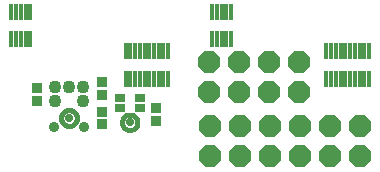
<source format=gbs>
G75*
%MOIN*%
%OFA0B0*%
%FSLAX25Y25*%
%IPPOS*%
%LPD*%
%AMOC8*
5,1,8,0,0,1.08239X$1,22.5*
%
%ADD10R,0.03654X0.02855*%
%ADD11C,0.02769*%
%ADD12C,0.00020*%
%ADD13R,0.01587X0.05288*%
%ADD14R,0.03800X0.03500*%
%ADD15C,0.03556*%
%ADD16C,0.04343*%
%ADD17OC8,0.07400*%
D10*
X0063215Y0051756D03*
X0063215Y0054992D03*
X0069809Y0054992D03*
X0069809Y0051756D03*
D11*
X0066512Y0046827D03*
X0046276Y0048244D03*
D12*
X0045632Y0045008D02*
X0045013Y0045196D01*
X0044443Y0045501D01*
X0043943Y0045911D01*
X0043532Y0046411D01*
X0043228Y0046982D01*
X0043227Y0046982D02*
X0044710Y0046982D01*
X0044700Y0046992D02*
X0045020Y0046675D01*
X0045402Y0046437D01*
X0045828Y0046291D01*
X0046276Y0046244D01*
X0046276Y0044945D01*
X0045632Y0045008D01*
X0045604Y0045017D02*
X0046276Y0045017D01*
X0046947Y0045017D01*
X0046919Y0045008D02*
X0046276Y0044945D01*
X0046276Y0046244D01*
X0046726Y0046288D01*
X0047155Y0046432D01*
X0047540Y0046669D01*
X0047863Y0046986D01*
X0048106Y0047368D01*
X0048256Y0047795D01*
X0048308Y0048244D01*
X0048256Y0048694D01*
X0048106Y0049120D01*
X0047863Y0049502D01*
X0047540Y0049819D01*
X0047155Y0050056D01*
X0046726Y0050200D01*
X0046276Y0050244D01*
X0045828Y0050197D01*
X0045402Y0050051D01*
X0045020Y0049813D01*
X0044700Y0049496D01*
X0044460Y0049116D01*
X0044310Y0048691D01*
X0044260Y0048244D01*
X0044310Y0047797D01*
X0044460Y0047372D01*
X0044700Y0046992D01*
X0044695Y0047000D02*
X0043222Y0047000D01*
X0043216Y0047018D02*
X0044684Y0047018D01*
X0044672Y0047036D02*
X0043211Y0047036D01*
X0043205Y0047055D02*
X0044661Y0047055D01*
X0044649Y0047073D02*
X0043200Y0047073D01*
X0043194Y0047091D02*
X0044637Y0047091D01*
X0044626Y0047109D02*
X0043189Y0047109D01*
X0043183Y0047127D02*
X0044614Y0047127D01*
X0044603Y0047146D02*
X0043178Y0047146D01*
X0043172Y0047164D02*
X0044591Y0047164D01*
X0044580Y0047182D02*
X0043167Y0047182D01*
X0043161Y0047200D02*
X0044568Y0047200D01*
X0044557Y0047218D02*
X0043156Y0047218D01*
X0043150Y0047237D02*
X0044545Y0047237D01*
X0044534Y0047255D02*
X0043145Y0047255D01*
X0043139Y0047273D02*
X0044522Y0047273D01*
X0044511Y0047291D02*
X0043134Y0047291D01*
X0043128Y0047309D02*
X0044499Y0047309D01*
X0044488Y0047328D02*
X0043123Y0047328D01*
X0043117Y0047346D02*
X0044476Y0047346D01*
X0044465Y0047364D02*
X0043112Y0047364D01*
X0043106Y0047382D02*
X0044456Y0047382D01*
X0044450Y0047400D02*
X0043100Y0047400D01*
X0043095Y0047419D02*
X0044443Y0047419D01*
X0044437Y0047437D02*
X0043089Y0047437D01*
X0043084Y0047455D02*
X0044431Y0047455D01*
X0044424Y0047473D02*
X0043078Y0047473D01*
X0043073Y0047491D02*
X0044418Y0047491D01*
X0044411Y0047510D02*
X0043067Y0047510D01*
X0043062Y0047528D02*
X0044405Y0047528D01*
X0044399Y0047546D02*
X0043056Y0047546D01*
X0043051Y0047564D02*
X0044392Y0047564D01*
X0044386Y0047582D02*
X0043045Y0047582D01*
X0043040Y0047600D02*
X0042976Y0048244D01*
X0043040Y0048888D01*
X0043228Y0049507D01*
X0043532Y0050077D01*
X0043943Y0050577D01*
X0044443Y0050987D01*
X0045013Y0051292D01*
X0045632Y0051480D01*
X0046276Y0051543D01*
X0046276Y0050244D01*
X0046276Y0051543D01*
X0046919Y0051480D01*
X0047538Y0051292D01*
X0048109Y0050987D01*
X0048608Y0050577D01*
X0049019Y0050077D01*
X0049324Y0049507D01*
X0049511Y0048888D01*
X0049575Y0048244D01*
X0049511Y0047600D01*
X0049324Y0046982D01*
X0047858Y0046982D01*
X0047871Y0047000D02*
X0049329Y0047000D01*
X0049335Y0047018D02*
X0047883Y0047018D01*
X0047895Y0047036D02*
X0049340Y0047036D01*
X0049346Y0047055D02*
X0047906Y0047055D01*
X0047918Y0047073D02*
X0049351Y0047073D01*
X0049357Y0047091D02*
X0047929Y0047091D01*
X0047941Y0047109D02*
X0049362Y0047109D01*
X0049368Y0047127D02*
X0047952Y0047127D01*
X0047964Y0047146D02*
X0049373Y0047146D01*
X0049379Y0047164D02*
X0047976Y0047164D01*
X0047987Y0047182D02*
X0049384Y0047182D01*
X0049390Y0047200D02*
X0047999Y0047200D01*
X0048010Y0047218D02*
X0049396Y0047218D01*
X0049401Y0047237D02*
X0048022Y0047237D01*
X0048033Y0047255D02*
X0049407Y0047255D01*
X0049412Y0047273D02*
X0048045Y0047273D01*
X0048057Y0047291D02*
X0049418Y0047291D01*
X0049423Y0047309D02*
X0048068Y0047309D01*
X0048080Y0047328D02*
X0049429Y0047328D01*
X0049434Y0047346D02*
X0048091Y0047346D01*
X0048103Y0047364D02*
X0049440Y0047364D01*
X0049445Y0047382D02*
X0048111Y0047382D01*
X0048117Y0047400D02*
X0049451Y0047400D01*
X0049456Y0047419D02*
X0048123Y0047419D01*
X0048130Y0047437D02*
X0049462Y0047437D01*
X0049467Y0047455D02*
X0048136Y0047455D01*
X0048143Y0047473D02*
X0049473Y0047473D01*
X0049478Y0047491D02*
X0048149Y0047491D01*
X0048156Y0047510D02*
X0049484Y0047510D01*
X0049489Y0047528D02*
X0048162Y0047528D01*
X0048168Y0047546D02*
X0049495Y0047546D01*
X0049500Y0047564D02*
X0048175Y0047564D01*
X0048181Y0047582D02*
X0049506Y0047582D01*
X0049511Y0047601D02*
X0048188Y0047601D01*
X0048194Y0047619D02*
X0049513Y0047619D01*
X0049515Y0047637D02*
X0048201Y0047637D01*
X0048207Y0047655D02*
X0049517Y0047655D01*
X0049519Y0047673D02*
X0048214Y0047673D01*
X0048220Y0047691D02*
X0049520Y0047691D01*
X0049522Y0047710D02*
X0048226Y0047710D01*
X0048233Y0047728D02*
X0049524Y0047728D01*
X0049526Y0047746D02*
X0048239Y0047746D01*
X0048246Y0047764D02*
X0049528Y0047764D01*
X0049529Y0047782D02*
X0048252Y0047782D01*
X0048257Y0047801D02*
X0049531Y0047801D01*
X0049533Y0047819D02*
X0048259Y0047819D01*
X0048261Y0047837D02*
X0049535Y0047837D01*
X0049537Y0047855D02*
X0048263Y0047855D01*
X0048265Y0047873D02*
X0049538Y0047873D01*
X0049540Y0047892D02*
X0048267Y0047892D01*
X0048270Y0047910D02*
X0049542Y0047910D01*
X0049544Y0047928D02*
X0048272Y0047928D01*
X0048274Y0047946D02*
X0049545Y0047946D01*
X0049547Y0047964D02*
X0048276Y0047964D01*
X0048278Y0047983D02*
X0049549Y0047983D01*
X0049551Y0048001D02*
X0048280Y0048001D01*
X0048282Y0048019D02*
X0049553Y0048019D01*
X0049554Y0048037D02*
X0048284Y0048037D01*
X0048286Y0048055D02*
X0049556Y0048055D01*
X0049558Y0048074D02*
X0048288Y0048074D01*
X0048290Y0048092D02*
X0049560Y0048092D01*
X0049562Y0048110D02*
X0048292Y0048110D01*
X0048294Y0048128D02*
X0049563Y0048128D01*
X0049565Y0048146D02*
X0048296Y0048146D01*
X0048299Y0048165D02*
X0049567Y0048165D01*
X0049569Y0048183D02*
X0048301Y0048183D01*
X0048303Y0048201D02*
X0049571Y0048201D01*
X0049572Y0048219D02*
X0048305Y0048219D01*
X0048307Y0048237D02*
X0049574Y0048237D01*
X0049574Y0048256D02*
X0048306Y0048256D01*
X0048304Y0048274D02*
X0049572Y0048274D01*
X0049570Y0048292D02*
X0048302Y0048292D01*
X0048300Y0048310D02*
X0049568Y0048310D01*
X0049566Y0048328D02*
X0048298Y0048328D01*
X0048296Y0048347D02*
X0049565Y0048347D01*
X0049563Y0048365D02*
X0048294Y0048365D01*
X0048292Y0048383D02*
X0049561Y0048383D01*
X0049559Y0048401D02*
X0048290Y0048401D01*
X0048288Y0048419D02*
X0049558Y0048419D01*
X0049556Y0048438D02*
X0048286Y0048438D01*
X0048284Y0048456D02*
X0049554Y0048456D01*
X0049552Y0048474D02*
X0048281Y0048474D01*
X0048279Y0048492D02*
X0049550Y0048492D01*
X0049549Y0048510D02*
X0048277Y0048510D01*
X0048275Y0048529D02*
X0049547Y0048529D01*
X0049545Y0048547D02*
X0048273Y0048547D01*
X0048271Y0048565D02*
X0049543Y0048565D01*
X0049541Y0048583D02*
X0048269Y0048583D01*
X0048267Y0048601D02*
X0049540Y0048601D01*
X0049538Y0048620D02*
X0048265Y0048620D01*
X0048263Y0048638D02*
X0049536Y0048638D01*
X0049534Y0048656D02*
X0048261Y0048656D01*
X0048259Y0048674D02*
X0049532Y0048674D01*
X0049531Y0048692D02*
X0048257Y0048692D01*
X0048250Y0048710D02*
X0049529Y0048710D01*
X0049527Y0048729D02*
X0048244Y0048729D01*
X0048238Y0048747D02*
X0049525Y0048747D01*
X0049523Y0048765D02*
X0048231Y0048765D01*
X0048225Y0048783D02*
X0049522Y0048783D01*
X0049520Y0048801D02*
X0048218Y0048801D01*
X0048212Y0048820D02*
X0049518Y0048820D01*
X0049516Y0048838D02*
X0048205Y0048838D01*
X0048199Y0048856D02*
X0049515Y0048856D01*
X0049513Y0048874D02*
X0048193Y0048874D01*
X0048186Y0048892D02*
X0049510Y0048892D01*
X0049504Y0048911D02*
X0048180Y0048911D01*
X0048173Y0048929D02*
X0049499Y0048929D01*
X0049493Y0048947D02*
X0048167Y0048947D01*
X0048160Y0048965D02*
X0049488Y0048965D01*
X0049482Y0048983D02*
X0048154Y0048983D01*
X0048147Y0049002D02*
X0049477Y0049002D01*
X0049471Y0049020D02*
X0048141Y0049020D01*
X0048135Y0049038D02*
X0049466Y0049038D01*
X0049460Y0049056D02*
X0048128Y0049056D01*
X0048122Y0049074D02*
X0049455Y0049074D01*
X0049449Y0049093D02*
X0048115Y0049093D01*
X0048109Y0049111D02*
X0049444Y0049111D01*
X0049438Y0049129D02*
X0048100Y0049129D01*
X0048088Y0049147D02*
X0049433Y0049147D01*
X0049427Y0049165D02*
X0048077Y0049165D01*
X0048065Y0049184D02*
X0049422Y0049184D01*
X0049416Y0049202D02*
X0048054Y0049202D01*
X0048042Y0049220D02*
X0049411Y0049220D01*
X0049405Y0049238D02*
X0048030Y0049238D01*
X0048019Y0049256D02*
X0049400Y0049256D01*
X0049394Y0049275D02*
X0048007Y0049275D01*
X0047996Y0049293D02*
X0049389Y0049293D01*
X0049383Y0049311D02*
X0047984Y0049311D01*
X0047973Y0049329D02*
X0049377Y0049329D01*
X0049372Y0049347D02*
X0047961Y0049347D01*
X0047949Y0049366D02*
X0049366Y0049366D01*
X0049361Y0049384D02*
X0047938Y0049384D01*
X0047926Y0049402D02*
X0049355Y0049402D01*
X0049350Y0049420D02*
X0047915Y0049420D01*
X0047903Y0049438D02*
X0049344Y0049438D01*
X0049339Y0049457D02*
X0047892Y0049457D01*
X0047880Y0049475D02*
X0049333Y0049475D01*
X0049328Y0049493D02*
X0047868Y0049493D01*
X0047853Y0049511D02*
X0049321Y0049511D01*
X0049312Y0049529D02*
X0047835Y0049529D01*
X0047816Y0049548D02*
X0049302Y0049548D01*
X0049292Y0049566D02*
X0047798Y0049566D01*
X0047779Y0049584D02*
X0049282Y0049584D01*
X0049273Y0049602D02*
X0047761Y0049602D01*
X0047742Y0049620D02*
X0049263Y0049620D01*
X0049253Y0049638D02*
X0047724Y0049638D01*
X0047705Y0049657D02*
X0049243Y0049657D01*
X0049234Y0049675D02*
X0047687Y0049675D01*
X0047668Y0049693D02*
X0049224Y0049693D01*
X0049214Y0049711D02*
X0047650Y0049711D01*
X0047631Y0049729D02*
X0049205Y0049729D01*
X0049195Y0049748D02*
X0047613Y0049748D01*
X0047594Y0049766D02*
X0049185Y0049766D01*
X0049175Y0049784D02*
X0047576Y0049784D01*
X0047557Y0049802D02*
X0049166Y0049802D01*
X0049156Y0049820D02*
X0047538Y0049820D01*
X0047509Y0049839D02*
X0049146Y0049839D01*
X0049136Y0049857D02*
X0047479Y0049857D01*
X0047449Y0049875D02*
X0049127Y0049875D01*
X0049117Y0049893D02*
X0047420Y0049893D01*
X0047390Y0049911D02*
X0049107Y0049911D01*
X0049098Y0049930D02*
X0047360Y0049930D01*
X0047331Y0049948D02*
X0049088Y0049948D01*
X0049078Y0049966D02*
X0047301Y0049966D01*
X0047272Y0049984D02*
X0049068Y0049984D01*
X0049059Y0050002D02*
X0047242Y0050002D01*
X0047212Y0050021D02*
X0049049Y0050021D01*
X0049039Y0050039D02*
X0047183Y0050039D01*
X0047152Y0050057D02*
X0049029Y0050057D01*
X0049020Y0050075D02*
X0047098Y0050075D01*
X0047043Y0050093D02*
X0049005Y0050093D01*
X0048990Y0050112D02*
X0046989Y0050112D01*
X0046935Y0050130D02*
X0048975Y0050130D01*
X0048961Y0050148D02*
X0046881Y0050148D01*
X0046827Y0050166D02*
X0048946Y0050166D01*
X0048931Y0050184D02*
X0046773Y0050184D01*
X0046700Y0050203D02*
X0048916Y0050203D01*
X0048901Y0050221D02*
X0046514Y0050221D01*
X0046328Y0050239D02*
X0048886Y0050239D01*
X0048871Y0050257D02*
X0046276Y0050257D01*
X0043680Y0050257D01*
X0043665Y0050239D02*
X0046227Y0050239D01*
X0046276Y0050275D02*
X0043695Y0050275D01*
X0043710Y0050294D02*
X0046276Y0050294D01*
X0048841Y0050294D01*
X0048826Y0050312D02*
X0046276Y0050312D01*
X0043725Y0050312D01*
X0043740Y0050330D02*
X0046276Y0050330D01*
X0048811Y0050330D01*
X0048796Y0050348D02*
X0046276Y0050348D01*
X0043755Y0050348D01*
X0043770Y0050366D02*
X0046276Y0050366D01*
X0048781Y0050366D01*
X0048766Y0050385D02*
X0046276Y0050385D01*
X0043785Y0050385D01*
X0043800Y0050403D02*
X0046276Y0050403D01*
X0048751Y0050403D01*
X0048737Y0050421D02*
X0046276Y0050421D01*
X0043815Y0050421D01*
X0043830Y0050439D02*
X0046276Y0050439D01*
X0048722Y0050439D01*
X0048707Y0050457D02*
X0046276Y0050457D01*
X0043844Y0050457D01*
X0043859Y0050476D02*
X0046276Y0050476D01*
X0048692Y0050476D01*
X0048677Y0050494D02*
X0046276Y0050494D01*
X0043874Y0050494D01*
X0043889Y0050512D02*
X0046276Y0050512D01*
X0048662Y0050512D01*
X0048647Y0050530D02*
X0046276Y0050530D01*
X0043904Y0050530D01*
X0043919Y0050548D02*
X0046276Y0050548D01*
X0048632Y0050548D01*
X0048617Y0050567D02*
X0046276Y0050567D01*
X0043934Y0050567D01*
X0043952Y0050585D02*
X0046276Y0050585D01*
X0048599Y0050585D01*
X0048577Y0050603D02*
X0046276Y0050603D01*
X0043974Y0050603D01*
X0043996Y0050621D02*
X0046276Y0050621D01*
X0048555Y0050621D01*
X0048533Y0050639D02*
X0046276Y0050639D01*
X0044019Y0050639D01*
X0044041Y0050657D02*
X0046276Y0050657D01*
X0048510Y0050657D01*
X0048488Y0050676D02*
X0046276Y0050676D01*
X0044063Y0050676D01*
X0044085Y0050694D02*
X0046276Y0050694D01*
X0048466Y0050694D01*
X0048444Y0050712D02*
X0046276Y0050712D01*
X0044107Y0050712D01*
X0044129Y0050730D02*
X0046276Y0050730D01*
X0048422Y0050730D01*
X0048400Y0050748D02*
X0046276Y0050748D01*
X0044152Y0050748D01*
X0044174Y0050767D02*
X0046276Y0050767D01*
X0048377Y0050767D01*
X0048355Y0050785D02*
X0046276Y0050785D01*
X0044196Y0050785D01*
X0044218Y0050803D02*
X0046276Y0050803D01*
X0048333Y0050803D01*
X0048311Y0050821D02*
X0046276Y0050821D01*
X0044240Y0050821D01*
X0044262Y0050839D02*
X0046276Y0050839D01*
X0048289Y0050839D01*
X0048266Y0050858D02*
X0046276Y0050858D01*
X0044285Y0050858D01*
X0044307Y0050876D02*
X0046276Y0050876D01*
X0048244Y0050876D01*
X0048222Y0050894D02*
X0046276Y0050894D01*
X0044329Y0050894D01*
X0044351Y0050912D02*
X0046276Y0050912D01*
X0048200Y0050912D01*
X0048178Y0050930D02*
X0046276Y0050930D01*
X0044373Y0050930D01*
X0044396Y0050949D02*
X0046276Y0050949D01*
X0048156Y0050949D01*
X0048133Y0050967D02*
X0046276Y0050967D01*
X0044418Y0050967D01*
X0044440Y0050985D02*
X0046276Y0050985D01*
X0048111Y0050985D01*
X0048079Y0051003D02*
X0046276Y0051003D01*
X0044472Y0051003D01*
X0044506Y0051021D02*
X0046276Y0051021D01*
X0048045Y0051021D01*
X0048011Y0051040D02*
X0046276Y0051040D01*
X0044541Y0051040D01*
X0044575Y0051058D02*
X0046276Y0051058D01*
X0047977Y0051058D01*
X0047943Y0051076D02*
X0046276Y0051076D01*
X0044609Y0051076D01*
X0044643Y0051094D02*
X0046276Y0051094D01*
X0047909Y0051094D01*
X0047874Y0051112D02*
X0046276Y0051112D01*
X0044677Y0051112D01*
X0044711Y0051131D02*
X0046276Y0051131D01*
X0047840Y0051131D01*
X0047806Y0051149D02*
X0046276Y0051149D01*
X0044745Y0051149D01*
X0044779Y0051167D02*
X0046276Y0051167D01*
X0047772Y0051167D01*
X0047738Y0051185D02*
X0046276Y0051185D01*
X0044813Y0051185D01*
X0044847Y0051203D02*
X0046276Y0051203D01*
X0047704Y0051203D01*
X0047670Y0051222D02*
X0046276Y0051222D01*
X0044881Y0051222D01*
X0044915Y0051240D02*
X0046276Y0051240D01*
X0047636Y0051240D01*
X0047602Y0051258D02*
X0046276Y0051258D01*
X0044949Y0051258D01*
X0044983Y0051276D02*
X0046276Y0051276D01*
X0047568Y0051276D01*
X0047531Y0051294D02*
X0046276Y0051294D01*
X0045020Y0051294D01*
X0045080Y0051313D02*
X0046276Y0051313D01*
X0047471Y0051313D01*
X0047411Y0051331D02*
X0046276Y0051331D01*
X0045140Y0051331D01*
X0045200Y0051349D02*
X0046276Y0051349D01*
X0047351Y0051349D01*
X0047291Y0051367D02*
X0046276Y0051367D01*
X0045260Y0051367D01*
X0045320Y0051385D02*
X0046276Y0051385D01*
X0047231Y0051385D01*
X0047171Y0051404D02*
X0046276Y0051404D01*
X0045380Y0051404D01*
X0045440Y0051422D02*
X0046276Y0051422D01*
X0047111Y0051422D01*
X0047051Y0051440D02*
X0046276Y0051440D01*
X0045500Y0051440D01*
X0045560Y0051458D02*
X0046276Y0051458D01*
X0046991Y0051458D01*
X0046931Y0051476D02*
X0046276Y0051476D01*
X0045620Y0051476D01*
X0045780Y0051495D02*
X0046276Y0051495D01*
X0046771Y0051495D01*
X0046586Y0051513D02*
X0046276Y0051513D01*
X0045965Y0051513D01*
X0046150Y0051531D02*
X0046276Y0051531D01*
X0046401Y0051531D01*
X0046276Y0050275D02*
X0048856Y0050275D01*
X0046054Y0050221D02*
X0043650Y0050221D01*
X0043635Y0050203D02*
X0045881Y0050203D01*
X0045791Y0050184D02*
X0043620Y0050184D01*
X0043606Y0050166D02*
X0045738Y0050166D01*
X0045685Y0050148D02*
X0043591Y0050148D01*
X0043576Y0050130D02*
X0045632Y0050130D01*
X0045579Y0050112D02*
X0043561Y0050112D01*
X0043546Y0050093D02*
X0045526Y0050093D01*
X0045473Y0050075D02*
X0043531Y0050075D01*
X0043522Y0050057D02*
X0045420Y0050057D01*
X0045383Y0050039D02*
X0043512Y0050039D01*
X0043502Y0050021D02*
X0045353Y0050021D01*
X0045324Y0050002D02*
X0043493Y0050002D01*
X0043483Y0049984D02*
X0045295Y0049984D01*
X0045265Y0049966D02*
X0043473Y0049966D01*
X0043463Y0049948D02*
X0045236Y0049948D01*
X0045207Y0049930D02*
X0043454Y0049930D01*
X0043444Y0049911D02*
X0045178Y0049911D01*
X0045148Y0049893D02*
X0043434Y0049893D01*
X0043424Y0049875D02*
X0045119Y0049875D01*
X0045090Y0049857D02*
X0043415Y0049857D01*
X0043405Y0049839D02*
X0045060Y0049839D01*
X0045031Y0049820D02*
X0043395Y0049820D01*
X0043386Y0049802D02*
X0045009Y0049802D01*
X0044990Y0049784D02*
X0043376Y0049784D01*
X0043366Y0049766D02*
X0044972Y0049766D01*
X0044954Y0049748D02*
X0043356Y0049748D01*
X0043347Y0049729D02*
X0044935Y0049729D01*
X0044917Y0049711D02*
X0043337Y0049711D01*
X0043327Y0049693D02*
X0044898Y0049693D01*
X0044880Y0049675D02*
X0043317Y0049675D01*
X0043308Y0049657D02*
X0044862Y0049657D01*
X0044843Y0049638D02*
X0043298Y0049638D01*
X0043288Y0049620D02*
X0044825Y0049620D01*
X0044807Y0049602D02*
X0043279Y0049602D01*
X0043269Y0049584D02*
X0044788Y0049584D01*
X0044770Y0049566D02*
X0043259Y0049566D01*
X0043249Y0049548D02*
X0044752Y0049548D01*
X0044733Y0049529D02*
X0043240Y0049529D01*
X0043230Y0049511D02*
X0044715Y0049511D01*
X0044698Y0049493D02*
X0043223Y0049493D01*
X0043218Y0049475D02*
X0044687Y0049475D01*
X0044675Y0049457D02*
X0043212Y0049457D01*
X0043207Y0049438D02*
X0044664Y0049438D01*
X0044652Y0049420D02*
X0043201Y0049420D01*
X0043196Y0049402D02*
X0044641Y0049402D01*
X0044629Y0049384D02*
X0043190Y0049384D01*
X0043185Y0049366D02*
X0044618Y0049366D01*
X0044606Y0049347D02*
X0043179Y0049347D01*
X0043174Y0049329D02*
X0044595Y0049329D01*
X0044583Y0049311D02*
X0043168Y0049311D01*
X0043163Y0049293D02*
X0044571Y0049293D01*
X0044560Y0049275D02*
X0043157Y0049275D01*
X0043152Y0049256D02*
X0044548Y0049256D01*
X0044537Y0049238D02*
X0043146Y0049238D01*
X0043141Y0049220D02*
X0044525Y0049220D01*
X0044514Y0049202D02*
X0043135Y0049202D01*
X0043130Y0049184D02*
X0044502Y0049184D01*
X0044491Y0049165D02*
X0043124Y0049165D01*
X0043118Y0049147D02*
X0044479Y0049147D01*
X0044468Y0049129D02*
X0043113Y0049129D01*
X0043107Y0049111D02*
X0044458Y0049111D01*
X0044451Y0049093D02*
X0043102Y0049093D01*
X0043096Y0049074D02*
X0044445Y0049074D01*
X0044439Y0049056D02*
X0043091Y0049056D01*
X0043085Y0049038D02*
X0044432Y0049038D01*
X0044426Y0049020D02*
X0043080Y0049020D01*
X0043074Y0049002D02*
X0044419Y0049002D01*
X0044413Y0048983D02*
X0043069Y0048983D01*
X0043063Y0048965D02*
X0044407Y0048965D01*
X0044400Y0048947D02*
X0043058Y0048947D01*
X0043052Y0048929D02*
X0044394Y0048929D01*
X0044387Y0048911D02*
X0043047Y0048911D01*
X0043041Y0048892D02*
X0044381Y0048892D01*
X0044375Y0048874D02*
X0043038Y0048874D01*
X0043037Y0048856D02*
X0044368Y0048856D01*
X0044362Y0048838D02*
X0043035Y0048838D01*
X0043033Y0048820D02*
X0044355Y0048820D01*
X0044349Y0048801D02*
X0043031Y0048801D01*
X0043029Y0048783D02*
X0044343Y0048783D01*
X0044336Y0048765D02*
X0043028Y0048765D01*
X0043026Y0048747D02*
X0044330Y0048747D01*
X0044323Y0048729D02*
X0043024Y0048729D01*
X0043022Y0048710D02*
X0044317Y0048710D01*
X0044311Y0048692D02*
X0043021Y0048692D01*
X0043019Y0048674D02*
X0044308Y0048674D01*
X0044306Y0048656D02*
X0043017Y0048656D01*
X0043015Y0048638D02*
X0044304Y0048638D01*
X0044302Y0048620D02*
X0043013Y0048620D01*
X0043012Y0048601D02*
X0044300Y0048601D01*
X0044298Y0048583D02*
X0043010Y0048583D01*
X0043008Y0048565D02*
X0044296Y0048565D01*
X0044294Y0048547D02*
X0043006Y0048547D01*
X0043004Y0048529D02*
X0044292Y0048529D01*
X0044290Y0048510D02*
X0043003Y0048510D01*
X0043001Y0048492D02*
X0044288Y0048492D01*
X0044286Y0048474D02*
X0042999Y0048474D01*
X0042997Y0048456D02*
X0044284Y0048456D01*
X0044282Y0048438D02*
X0042995Y0048438D01*
X0042994Y0048419D02*
X0044280Y0048419D01*
X0044277Y0048401D02*
X0042992Y0048401D01*
X0042990Y0048383D02*
X0044275Y0048383D01*
X0044273Y0048365D02*
X0042988Y0048365D01*
X0042986Y0048347D02*
X0044271Y0048347D01*
X0044269Y0048328D02*
X0042985Y0048328D01*
X0042983Y0048310D02*
X0044267Y0048310D01*
X0044265Y0048292D02*
X0042981Y0048292D01*
X0042979Y0048274D02*
X0044263Y0048274D01*
X0044261Y0048256D02*
X0042977Y0048256D01*
X0042977Y0048237D02*
X0044260Y0048237D01*
X0044262Y0048219D02*
X0042979Y0048219D01*
X0042981Y0048201D02*
X0044265Y0048201D01*
X0044267Y0048183D02*
X0042982Y0048183D01*
X0042984Y0048165D02*
X0044269Y0048165D01*
X0044271Y0048146D02*
X0042986Y0048146D01*
X0042988Y0048128D02*
X0044273Y0048128D01*
X0044275Y0048110D02*
X0042990Y0048110D01*
X0042991Y0048092D02*
X0044277Y0048092D01*
X0044279Y0048074D02*
X0042993Y0048074D01*
X0042995Y0048055D02*
X0044281Y0048055D01*
X0044283Y0048037D02*
X0042997Y0048037D01*
X0042999Y0048019D02*
X0044285Y0048019D01*
X0044287Y0048001D02*
X0043000Y0048001D01*
X0043002Y0047983D02*
X0044289Y0047983D01*
X0044291Y0047964D02*
X0043004Y0047964D01*
X0043006Y0047946D02*
X0044293Y0047946D01*
X0044295Y0047928D02*
X0043008Y0047928D01*
X0043009Y0047910D02*
X0044298Y0047910D01*
X0044300Y0047892D02*
X0043011Y0047892D01*
X0043013Y0047873D02*
X0044302Y0047873D01*
X0044304Y0047855D02*
X0043015Y0047855D01*
X0043016Y0047837D02*
X0044306Y0047837D01*
X0044308Y0047819D02*
X0043018Y0047819D01*
X0043020Y0047801D02*
X0044310Y0047801D01*
X0044315Y0047782D02*
X0043022Y0047782D01*
X0043024Y0047764D02*
X0044322Y0047764D01*
X0044328Y0047746D02*
X0043025Y0047746D01*
X0043027Y0047728D02*
X0044335Y0047728D01*
X0044341Y0047710D02*
X0043029Y0047710D01*
X0043031Y0047691D02*
X0044347Y0047691D01*
X0044354Y0047673D02*
X0043033Y0047673D01*
X0043034Y0047655D02*
X0044360Y0047655D01*
X0044367Y0047637D02*
X0043036Y0047637D01*
X0043038Y0047619D02*
X0044373Y0047619D01*
X0044379Y0047601D02*
X0043040Y0047601D01*
X0043040Y0047600D02*
X0043228Y0046982D01*
X0043237Y0046964D02*
X0044729Y0046964D01*
X0044747Y0046945D02*
X0043247Y0046945D01*
X0043257Y0046927D02*
X0044765Y0046927D01*
X0044784Y0046909D02*
X0043266Y0046909D01*
X0043276Y0046891D02*
X0044802Y0046891D01*
X0044820Y0046873D02*
X0043286Y0046873D01*
X0043295Y0046854D02*
X0044839Y0046854D01*
X0044857Y0046836D02*
X0043305Y0046836D01*
X0043315Y0046818D02*
X0044875Y0046818D01*
X0044894Y0046800D02*
X0043325Y0046800D01*
X0043334Y0046782D02*
X0044912Y0046782D01*
X0044930Y0046763D02*
X0043344Y0046763D01*
X0043354Y0046745D02*
X0044949Y0046745D01*
X0044967Y0046727D02*
X0043364Y0046727D01*
X0043373Y0046709D02*
X0044985Y0046709D01*
X0045004Y0046691D02*
X0043383Y0046691D01*
X0043393Y0046672D02*
X0045023Y0046672D01*
X0045053Y0046654D02*
X0043402Y0046654D01*
X0043412Y0046636D02*
X0045082Y0046636D01*
X0045111Y0046618D02*
X0043422Y0046618D01*
X0043432Y0046600D02*
X0045141Y0046600D01*
X0045170Y0046582D02*
X0043441Y0046582D01*
X0043451Y0046563D02*
X0045199Y0046563D01*
X0045228Y0046545D02*
X0043461Y0046545D01*
X0043471Y0046527D02*
X0045258Y0046527D01*
X0045287Y0046509D02*
X0043480Y0046509D01*
X0043490Y0046491D02*
X0045316Y0046491D01*
X0045346Y0046472D02*
X0043500Y0046472D01*
X0043509Y0046454D02*
X0045375Y0046454D01*
X0045406Y0046436D02*
X0043519Y0046436D01*
X0043529Y0046418D02*
X0045459Y0046418D01*
X0045512Y0046400D02*
X0043542Y0046400D01*
X0043557Y0046381D02*
X0045565Y0046381D01*
X0045618Y0046363D02*
X0043572Y0046363D01*
X0043587Y0046345D02*
X0045671Y0046345D01*
X0045724Y0046327D02*
X0043602Y0046327D01*
X0043617Y0046309D02*
X0045777Y0046309D01*
X0045836Y0046290D02*
X0043632Y0046290D01*
X0043646Y0046272D02*
X0046009Y0046272D01*
X0046182Y0046254D02*
X0043661Y0046254D01*
X0043676Y0046236D02*
X0046276Y0046236D01*
X0048875Y0046236D01*
X0048890Y0046254D02*
X0046377Y0046254D01*
X0046276Y0046218D02*
X0043691Y0046218D01*
X0043706Y0046199D02*
X0046276Y0046199D01*
X0048845Y0046199D01*
X0048830Y0046181D02*
X0046276Y0046181D01*
X0043721Y0046181D01*
X0043736Y0046163D02*
X0046276Y0046163D01*
X0048815Y0046163D01*
X0048800Y0046145D02*
X0046276Y0046145D01*
X0043751Y0046145D01*
X0043766Y0046127D02*
X0046276Y0046127D01*
X0048785Y0046127D01*
X0048770Y0046108D02*
X0046276Y0046108D01*
X0043781Y0046108D01*
X0043796Y0046090D02*
X0046276Y0046090D01*
X0048755Y0046090D01*
X0048740Y0046072D02*
X0046276Y0046072D01*
X0043811Y0046072D01*
X0043826Y0046054D02*
X0046276Y0046054D01*
X0048726Y0046054D01*
X0048711Y0046036D02*
X0046276Y0046036D01*
X0043841Y0046036D01*
X0043856Y0046017D02*
X0046276Y0046017D01*
X0048696Y0046017D01*
X0048681Y0045999D02*
X0046276Y0045999D01*
X0043870Y0045999D01*
X0043885Y0045981D02*
X0046276Y0045981D01*
X0048666Y0045981D01*
X0048651Y0045963D02*
X0046276Y0045963D01*
X0043900Y0045963D01*
X0043915Y0045945D02*
X0046276Y0045945D01*
X0048636Y0045945D01*
X0048621Y0045926D02*
X0046276Y0045926D01*
X0043930Y0045926D01*
X0043946Y0045908D02*
X0046276Y0045908D01*
X0048605Y0045908D01*
X0048608Y0045911D02*
X0048109Y0045501D01*
X0047538Y0045196D01*
X0046919Y0045008D01*
X0047007Y0045035D02*
X0046276Y0045035D01*
X0045544Y0045035D01*
X0045484Y0045053D02*
X0046276Y0045053D01*
X0047067Y0045053D01*
X0047127Y0045071D02*
X0046276Y0045071D01*
X0045424Y0045071D01*
X0045365Y0045089D02*
X0046276Y0045089D01*
X0047187Y0045089D01*
X0047247Y0045108D02*
X0046276Y0045108D01*
X0045305Y0045108D01*
X0045245Y0045126D02*
X0046276Y0045126D01*
X0047307Y0045126D01*
X0047367Y0045144D02*
X0046276Y0045144D01*
X0045185Y0045144D01*
X0045125Y0045162D02*
X0046276Y0045162D01*
X0047427Y0045162D01*
X0047487Y0045180D02*
X0046276Y0045180D01*
X0045065Y0045180D01*
X0045008Y0045199D02*
X0046276Y0045199D01*
X0047543Y0045199D01*
X0047577Y0045217D02*
X0046276Y0045217D01*
X0044974Y0045217D01*
X0044940Y0045235D02*
X0046276Y0045235D01*
X0047611Y0045235D01*
X0047645Y0045253D02*
X0046276Y0045253D01*
X0044906Y0045253D01*
X0044872Y0045271D02*
X0046276Y0045271D01*
X0047679Y0045271D01*
X0047713Y0045290D02*
X0046276Y0045290D01*
X0044838Y0045290D01*
X0044804Y0045308D02*
X0046276Y0045308D01*
X0047747Y0045308D01*
X0047781Y0045326D02*
X0046276Y0045326D01*
X0044770Y0045326D01*
X0044736Y0045344D02*
X0046276Y0045344D01*
X0047815Y0045344D01*
X0047849Y0045362D02*
X0046276Y0045362D01*
X0044702Y0045362D01*
X0044668Y0045381D02*
X0046276Y0045381D01*
X0047883Y0045381D01*
X0047917Y0045399D02*
X0046276Y0045399D01*
X0044634Y0045399D01*
X0044600Y0045417D02*
X0046276Y0045417D01*
X0047951Y0045417D01*
X0047986Y0045435D02*
X0046276Y0045435D01*
X0044566Y0045435D01*
X0044532Y0045453D02*
X0046276Y0045453D01*
X0048020Y0045453D01*
X0048054Y0045472D02*
X0046276Y0045472D01*
X0044498Y0045472D01*
X0044464Y0045490D02*
X0046276Y0045490D01*
X0048088Y0045490D01*
X0048117Y0045508D02*
X0046276Y0045508D01*
X0044434Y0045508D01*
X0044412Y0045526D02*
X0046276Y0045526D01*
X0048139Y0045526D01*
X0048161Y0045544D02*
X0046276Y0045544D01*
X0044390Y0045544D01*
X0044368Y0045563D02*
X0046276Y0045563D01*
X0048184Y0045563D01*
X0048206Y0045581D02*
X0046276Y0045581D01*
X0044345Y0045581D01*
X0044323Y0045599D02*
X0046276Y0045599D01*
X0048228Y0045599D01*
X0048250Y0045617D02*
X0046276Y0045617D01*
X0044301Y0045617D01*
X0044279Y0045635D02*
X0046276Y0045635D01*
X0048272Y0045635D01*
X0048294Y0045653D02*
X0046276Y0045653D01*
X0044257Y0045653D01*
X0044235Y0045672D02*
X0046276Y0045672D01*
X0048317Y0045672D01*
X0048339Y0045690D02*
X0046276Y0045690D01*
X0044212Y0045690D01*
X0044190Y0045708D02*
X0046276Y0045708D01*
X0048361Y0045708D01*
X0048383Y0045726D02*
X0046276Y0045726D01*
X0044168Y0045726D01*
X0044146Y0045744D02*
X0046276Y0045744D01*
X0048405Y0045744D01*
X0048428Y0045763D02*
X0046276Y0045763D01*
X0044124Y0045763D01*
X0044102Y0045781D02*
X0046276Y0045781D01*
X0048450Y0045781D01*
X0048472Y0045799D02*
X0046276Y0045799D01*
X0044079Y0045799D01*
X0044057Y0045817D02*
X0046276Y0045817D01*
X0048494Y0045817D01*
X0048516Y0045835D02*
X0046276Y0045835D01*
X0044035Y0045835D01*
X0044013Y0045854D02*
X0046276Y0045854D01*
X0048538Y0045854D01*
X0048561Y0045872D02*
X0046276Y0045872D01*
X0043991Y0045872D01*
X0043968Y0045890D02*
X0046276Y0045890D01*
X0048583Y0045890D01*
X0048608Y0045911D02*
X0049019Y0046411D01*
X0049324Y0046982D01*
X0049314Y0046964D02*
X0047840Y0046964D01*
X0047821Y0046945D02*
X0049304Y0046945D01*
X0049295Y0046927D02*
X0047803Y0046927D01*
X0047784Y0046909D02*
X0049285Y0046909D01*
X0049275Y0046891D02*
X0047766Y0046891D01*
X0047747Y0046873D02*
X0049265Y0046873D01*
X0049256Y0046854D02*
X0047729Y0046854D01*
X0047710Y0046836D02*
X0049246Y0046836D01*
X0049236Y0046818D02*
X0047692Y0046818D01*
X0047673Y0046800D02*
X0049227Y0046800D01*
X0049217Y0046782D02*
X0047655Y0046782D01*
X0047636Y0046763D02*
X0049207Y0046763D01*
X0049197Y0046745D02*
X0047618Y0046745D01*
X0047599Y0046727D02*
X0049188Y0046727D01*
X0049178Y0046709D02*
X0047581Y0046709D01*
X0047562Y0046691D02*
X0049168Y0046691D01*
X0049158Y0046672D02*
X0047544Y0046672D01*
X0047516Y0046654D02*
X0049149Y0046654D01*
X0049139Y0046636D02*
X0047487Y0046636D01*
X0047457Y0046618D02*
X0049129Y0046618D01*
X0049120Y0046600D02*
X0047427Y0046600D01*
X0047398Y0046582D02*
X0049110Y0046582D01*
X0049100Y0046563D02*
X0047368Y0046563D01*
X0047339Y0046545D02*
X0049090Y0046545D01*
X0049081Y0046527D02*
X0047309Y0046527D01*
X0047279Y0046509D02*
X0049071Y0046509D01*
X0049061Y0046491D02*
X0047250Y0046491D01*
X0047220Y0046472D02*
X0049052Y0046472D01*
X0049042Y0046454D02*
X0047190Y0046454D01*
X0047161Y0046436D02*
X0049032Y0046436D01*
X0049022Y0046418D02*
X0047112Y0046418D01*
X0047058Y0046400D02*
X0049009Y0046400D01*
X0048994Y0046381D02*
X0047003Y0046381D01*
X0046949Y0046363D02*
X0048979Y0046363D01*
X0048964Y0046345D02*
X0046895Y0046345D01*
X0046841Y0046327D02*
X0048950Y0046327D01*
X0048935Y0046309D02*
X0046787Y0046309D01*
X0046733Y0046290D02*
X0048920Y0046290D01*
X0048905Y0046272D02*
X0046563Y0046272D01*
X0046276Y0046218D02*
X0048860Y0046218D01*
X0046819Y0044998D02*
X0046276Y0044998D01*
X0045732Y0044998D01*
X0045917Y0044980D02*
X0046276Y0044980D01*
X0046634Y0044980D01*
X0046450Y0044962D02*
X0046276Y0044962D01*
X0046101Y0044962D01*
X0063330Y0046654D02*
X0064562Y0046654D01*
X0064564Y0046636D02*
X0063332Y0046636D01*
X0063334Y0046618D02*
X0064566Y0046618D01*
X0064568Y0046600D02*
X0063335Y0046600D01*
X0063337Y0046582D02*
X0064570Y0046582D01*
X0064572Y0046563D02*
X0063339Y0046563D01*
X0063341Y0046545D02*
X0064574Y0046545D01*
X0064576Y0046527D02*
X0063343Y0046527D01*
X0063344Y0046509D02*
X0064579Y0046509D01*
X0064581Y0046491D02*
X0063346Y0046491D01*
X0063348Y0046472D02*
X0064583Y0046472D01*
X0064585Y0046454D02*
X0063350Y0046454D01*
X0063351Y0046436D02*
X0064587Y0046436D01*
X0064589Y0046418D02*
X0063353Y0046418D01*
X0063355Y0046400D02*
X0064591Y0046400D01*
X0064592Y0046389D02*
X0064738Y0045973D01*
X0064972Y0045599D01*
X0065284Y0045288D01*
X0065657Y0045053D01*
X0063850Y0045053D01*
X0063852Y0045050D02*
X0063556Y0045603D01*
X0063374Y0046203D01*
X0063313Y0046827D01*
X0063374Y0047451D01*
X0063556Y0048051D01*
X0063852Y0048604D01*
X0064250Y0049089D01*
X0064735Y0049486D01*
X0065288Y0049782D01*
X0065888Y0049964D01*
X0066512Y0050026D01*
X0066512Y0048795D01*
X0066074Y0048746D01*
X0065657Y0048601D01*
X0065284Y0048366D01*
X0064972Y0048054D01*
X0064738Y0047681D01*
X0064592Y0047265D01*
X0064543Y0046827D01*
X0064592Y0046389D01*
X0064595Y0046381D02*
X0063357Y0046381D01*
X0063359Y0046363D02*
X0064601Y0046363D01*
X0064607Y0046345D02*
X0063360Y0046345D01*
X0063362Y0046327D02*
X0064614Y0046327D01*
X0064620Y0046309D02*
X0063364Y0046309D01*
X0063366Y0046290D02*
X0064626Y0046290D01*
X0064633Y0046272D02*
X0063368Y0046272D01*
X0063369Y0046254D02*
X0064639Y0046254D01*
X0064646Y0046236D02*
X0063371Y0046236D01*
X0063373Y0046218D02*
X0064652Y0046218D01*
X0064658Y0046199D02*
X0063375Y0046199D01*
X0063381Y0046181D02*
X0064665Y0046181D01*
X0064671Y0046163D02*
X0063387Y0046163D01*
X0063392Y0046145D02*
X0064677Y0046145D01*
X0064684Y0046127D02*
X0063398Y0046127D01*
X0063403Y0046108D02*
X0064690Y0046108D01*
X0064697Y0046090D02*
X0063409Y0046090D01*
X0063414Y0046072D02*
X0064703Y0046072D01*
X0064709Y0046054D02*
X0063420Y0046054D01*
X0063425Y0046036D02*
X0064716Y0046036D01*
X0064722Y0046017D02*
X0063431Y0046017D01*
X0063436Y0045999D02*
X0064728Y0045999D01*
X0064735Y0045981D02*
X0063442Y0045981D01*
X0063447Y0045963D02*
X0064744Y0045963D01*
X0064755Y0045945D02*
X0063453Y0045945D01*
X0063458Y0045926D02*
X0064767Y0045926D01*
X0064778Y0045908D02*
X0063464Y0045908D01*
X0063469Y0045890D02*
X0064790Y0045890D01*
X0064801Y0045872D02*
X0063475Y0045872D01*
X0063480Y0045854D02*
X0064812Y0045854D01*
X0064824Y0045835D02*
X0063486Y0045835D01*
X0063491Y0045817D02*
X0064835Y0045817D01*
X0064847Y0045799D02*
X0063497Y0045799D01*
X0063502Y0045781D02*
X0064858Y0045781D01*
X0064870Y0045763D02*
X0063508Y0045763D01*
X0063513Y0045744D02*
X0064881Y0045744D01*
X0064892Y0045726D02*
X0063519Y0045726D01*
X0063525Y0045708D02*
X0064904Y0045708D01*
X0064915Y0045690D02*
X0063530Y0045690D01*
X0063536Y0045672D02*
X0064927Y0045672D01*
X0064938Y0045653D02*
X0063541Y0045653D01*
X0063547Y0045635D02*
X0064950Y0045635D01*
X0064961Y0045617D02*
X0063552Y0045617D01*
X0063558Y0045599D02*
X0064973Y0045599D01*
X0064991Y0045581D02*
X0063568Y0045581D01*
X0063578Y0045563D02*
X0065009Y0045563D01*
X0065027Y0045544D02*
X0063588Y0045544D01*
X0063597Y0045526D02*
X0065045Y0045526D01*
X0065064Y0045508D02*
X0063607Y0045508D01*
X0063617Y0045490D02*
X0065082Y0045490D01*
X0065100Y0045472D02*
X0063627Y0045472D01*
X0063636Y0045453D02*
X0065118Y0045453D01*
X0065136Y0045435D02*
X0063646Y0045435D01*
X0063656Y0045417D02*
X0065155Y0045417D01*
X0065173Y0045399D02*
X0063665Y0045399D01*
X0063675Y0045381D02*
X0065191Y0045381D01*
X0065209Y0045362D02*
X0063685Y0045362D01*
X0063695Y0045344D02*
X0065227Y0045344D01*
X0065246Y0045326D02*
X0063704Y0045326D01*
X0063714Y0045308D02*
X0065264Y0045308D01*
X0065282Y0045290D02*
X0063724Y0045290D01*
X0063734Y0045271D02*
X0065310Y0045271D01*
X0065339Y0045253D02*
X0063743Y0045253D01*
X0063753Y0045235D02*
X0065368Y0045235D01*
X0065397Y0045217D02*
X0063763Y0045217D01*
X0063772Y0045199D02*
X0065426Y0045199D01*
X0065455Y0045180D02*
X0063782Y0045180D01*
X0063792Y0045162D02*
X0065484Y0045162D01*
X0065513Y0045144D02*
X0063802Y0045144D01*
X0063811Y0045126D02*
X0065542Y0045126D01*
X0065571Y0045108D02*
X0063821Y0045108D01*
X0063831Y0045089D02*
X0065600Y0045089D01*
X0065629Y0045071D02*
X0063841Y0045071D01*
X0063852Y0045050D02*
X0064250Y0044565D01*
X0064735Y0044167D01*
X0065288Y0043871D01*
X0065888Y0043689D01*
X0066512Y0043628D01*
X0066512Y0044858D01*
X0066074Y0044908D01*
X0066074Y0044907D02*
X0063969Y0044907D01*
X0063984Y0044889D02*
X0066236Y0044889D01*
X0066398Y0044871D02*
X0063999Y0044871D01*
X0064014Y0044853D02*
X0066512Y0044853D01*
X0069010Y0044853D01*
X0069025Y0044871D02*
X0066626Y0044871D01*
X0066512Y0044858D02*
X0066950Y0044908D01*
X0067366Y0045053D01*
X0069173Y0045053D01*
X0069172Y0045050D02*
X0068774Y0044565D01*
X0068289Y0044167D01*
X0067736Y0043871D01*
X0067136Y0043689D01*
X0066512Y0043628D01*
X0066512Y0044858D01*
X0066512Y0044835D02*
X0064028Y0044835D01*
X0064043Y0044816D02*
X0066512Y0044816D01*
X0068980Y0044816D01*
X0068965Y0044798D02*
X0066512Y0044798D01*
X0064058Y0044798D01*
X0064073Y0044780D02*
X0066512Y0044780D01*
X0068950Y0044780D01*
X0068935Y0044762D02*
X0066512Y0044762D01*
X0064088Y0044762D01*
X0064103Y0044744D02*
X0066512Y0044744D01*
X0068920Y0044744D01*
X0068906Y0044725D02*
X0066512Y0044725D01*
X0064118Y0044725D01*
X0064133Y0044707D02*
X0066512Y0044707D01*
X0068891Y0044707D01*
X0068876Y0044689D02*
X0066512Y0044689D01*
X0064148Y0044689D01*
X0064163Y0044671D02*
X0066512Y0044671D01*
X0068861Y0044671D01*
X0068846Y0044653D02*
X0066512Y0044653D01*
X0064178Y0044653D01*
X0064193Y0044634D02*
X0066512Y0044634D01*
X0068831Y0044634D01*
X0068816Y0044616D02*
X0066512Y0044616D01*
X0064208Y0044616D01*
X0064223Y0044598D02*
X0066512Y0044598D01*
X0068801Y0044598D01*
X0068786Y0044580D02*
X0066512Y0044580D01*
X0064238Y0044580D01*
X0064254Y0044562D02*
X0066512Y0044562D01*
X0068770Y0044562D01*
X0068748Y0044544D02*
X0066512Y0044544D01*
X0064276Y0044544D01*
X0064298Y0044525D02*
X0066512Y0044525D01*
X0068726Y0044525D01*
X0068703Y0044507D02*
X0066512Y0044507D01*
X0064320Y0044507D01*
X0064342Y0044489D02*
X0066512Y0044489D01*
X0068681Y0044489D01*
X0068659Y0044471D02*
X0066512Y0044471D01*
X0064365Y0044471D01*
X0064387Y0044453D02*
X0066512Y0044453D01*
X0068637Y0044453D01*
X0068615Y0044434D02*
X0066512Y0044434D01*
X0064409Y0044434D01*
X0064431Y0044416D02*
X0066512Y0044416D01*
X0068593Y0044416D01*
X0068570Y0044398D02*
X0066512Y0044398D01*
X0064453Y0044398D01*
X0064475Y0044380D02*
X0066512Y0044380D01*
X0068548Y0044380D01*
X0068526Y0044362D02*
X0066512Y0044362D01*
X0064498Y0044362D01*
X0064520Y0044343D02*
X0066512Y0044343D01*
X0068504Y0044343D01*
X0068482Y0044325D02*
X0066512Y0044325D01*
X0064542Y0044325D01*
X0064564Y0044307D02*
X0066512Y0044307D01*
X0068459Y0044307D01*
X0068437Y0044289D02*
X0066512Y0044289D01*
X0064586Y0044289D01*
X0064609Y0044271D02*
X0066512Y0044271D01*
X0068415Y0044271D01*
X0068393Y0044252D02*
X0066512Y0044252D01*
X0064631Y0044252D01*
X0064653Y0044234D02*
X0066512Y0044234D01*
X0068371Y0044234D01*
X0068349Y0044216D02*
X0066512Y0044216D01*
X0064675Y0044216D01*
X0064697Y0044198D02*
X0066512Y0044198D01*
X0068326Y0044198D01*
X0068304Y0044180D02*
X0066512Y0044180D01*
X0064719Y0044180D01*
X0064745Y0044161D02*
X0066512Y0044161D01*
X0068278Y0044161D01*
X0068244Y0044143D02*
X0066512Y0044143D01*
X0064779Y0044143D01*
X0064813Y0044125D02*
X0066512Y0044125D01*
X0068210Y0044125D01*
X0068176Y0044107D02*
X0066512Y0044107D01*
X0064847Y0044107D01*
X0064881Y0044089D02*
X0066512Y0044089D01*
X0068142Y0044089D01*
X0068108Y0044070D02*
X0066512Y0044070D01*
X0064915Y0044070D01*
X0064949Y0044052D02*
X0066512Y0044052D01*
X0068074Y0044052D01*
X0068040Y0044034D02*
X0066512Y0044034D01*
X0064984Y0044034D01*
X0065018Y0044016D02*
X0066512Y0044016D01*
X0068006Y0044016D01*
X0067972Y0043998D02*
X0066512Y0043998D01*
X0065052Y0043998D01*
X0065086Y0043979D02*
X0066512Y0043979D01*
X0067938Y0043979D01*
X0067904Y0043961D02*
X0066512Y0043961D01*
X0065120Y0043961D01*
X0065154Y0043943D02*
X0066512Y0043943D01*
X0067870Y0043943D01*
X0067836Y0043925D02*
X0066512Y0043925D01*
X0065188Y0043925D01*
X0065222Y0043907D02*
X0066512Y0043907D01*
X0067802Y0043907D01*
X0067768Y0043888D02*
X0066512Y0043888D01*
X0065256Y0043888D01*
X0065292Y0043870D02*
X0066512Y0043870D01*
X0067732Y0043870D01*
X0067672Y0043852D02*
X0066512Y0043852D01*
X0065352Y0043852D01*
X0065412Y0043834D02*
X0066512Y0043834D01*
X0067612Y0043834D01*
X0067552Y0043816D02*
X0066512Y0043816D01*
X0065472Y0043816D01*
X0065532Y0043797D02*
X0066512Y0043797D01*
X0067492Y0043797D01*
X0067432Y0043779D02*
X0066512Y0043779D01*
X0065592Y0043779D01*
X0065652Y0043761D02*
X0066512Y0043761D01*
X0067372Y0043761D01*
X0067312Y0043743D02*
X0066512Y0043743D01*
X0065712Y0043743D01*
X0065772Y0043725D02*
X0066512Y0043725D01*
X0067252Y0043725D01*
X0067192Y0043706D02*
X0066512Y0043706D01*
X0065832Y0043706D01*
X0065899Y0043688D02*
X0066512Y0043688D01*
X0067124Y0043688D01*
X0066940Y0043670D02*
X0066512Y0043670D01*
X0066084Y0043670D01*
X0066269Y0043652D02*
X0066512Y0043652D01*
X0066755Y0043652D01*
X0066570Y0043634D02*
X0066512Y0043634D01*
X0066453Y0043634D01*
X0066512Y0044835D02*
X0068995Y0044835D01*
X0069040Y0044889D02*
X0066787Y0044889D01*
X0066949Y0044907D02*
X0069055Y0044907D01*
X0069070Y0044926D02*
X0067002Y0044926D01*
X0067054Y0044944D02*
X0069085Y0044944D01*
X0069100Y0044962D02*
X0067106Y0044962D01*
X0067158Y0044980D02*
X0069115Y0044980D01*
X0069130Y0044998D02*
X0067210Y0044998D01*
X0067262Y0045017D02*
X0069144Y0045017D01*
X0069159Y0045035D02*
X0067314Y0045035D01*
X0067366Y0045053D02*
X0067739Y0045288D01*
X0068051Y0045599D01*
X0069465Y0045599D01*
X0069467Y0045603D02*
X0069172Y0045050D01*
X0069183Y0045071D02*
X0067395Y0045071D01*
X0067424Y0045089D02*
X0069193Y0045089D01*
X0069203Y0045108D02*
X0067453Y0045108D01*
X0067482Y0045126D02*
X0069212Y0045126D01*
X0069222Y0045144D02*
X0067511Y0045144D01*
X0067540Y0045162D02*
X0069232Y0045162D01*
X0069241Y0045180D02*
X0067569Y0045180D01*
X0067598Y0045199D02*
X0069251Y0045199D01*
X0069261Y0045217D02*
X0067627Y0045217D01*
X0067656Y0045235D02*
X0069271Y0045235D01*
X0069280Y0045253D02*
X0067685Y0045253D01*
X0067714Y0045271D02*
X0069290Y0045271D01*
X0069300Y0045290D02*
X0067742Y0045290D01*
X0067760Y0045308D02*
X0069310Y0045308D01*
X0069319Y0045326D02*
X0067778Y0045326D01*
X0067796Y0045344D02*
X0069329Y0045344D01*
X0069339Y0045362D02*
X0067814Y0045362D01*
X0067833Y0045381D02*
X0069348Y0045381D01*
X0069358Y0045399D02*
X0067851Y0045399D01*
X0067869Y0045417D02*
X0069368Y0045417D01*
X0069378Y0045435D02*
X0067887Y0045435D01*
X0067905Y0045453D02*
X0069387Y0045453D01*
X0069397Y0045472D02*
X0067924Y0045472D01*
X0067942Y0045490D02*
X0069407Y0045490D01*
X0069417Y0045508D02*
X0067960Y0045508D01*
X0067978Y0045526D02*
X0069426Y0045526D01*
X0069436Y0045544D02*
X0067996Y0045544D01*
X0068015Y0045563D02*
X0069446Y0045563D01*
X0069455Y0045581D02*
X0068033Y0045581D01*
X0068051Y0045599D02*
X0068286Y0045973D01*
X0068432Y0046389D01*
X0068481Y0046827D01*
X0068432Y0047265D01*
X0068286Y0047681D01*
X0068051Y0048054D01*
X0067739Y0048366D01*
X0067366Y0048601D01*
X0066950Y0048746D01*
X0066512Y0048795D01*
X0066512Y0050026D01*
X0067136Y0049964D01*
X0067736Y0049782D01*
X0068289Y0049486D01*
X0068774Y0049089D01*
X0069172Y0048604D01*
X0069467Y0048051D01*
X0069649Y0047451D01*
X0069711Y0046827D01*
X0069649Y0046203D01*
X0069467Y0045603D01*
X0069472Y0045617D02*
X0068063Y0045617D01*
X0068074Y0045635D02*
X0069477Y0045635D01*
X0069483Y0045653D02*
X0068085Y0045653D01*
X0068097Y0045672D02*
X0069488Y0045672D01*
X0069494Y0045690D02*
X0068108Y0045690D01*
X0068120Y0045708D02*
X0069499Y0045708D01*
X0069505Y0045726D02*
X0068131Y0045726D01*
X0068143Y0045744D02*
X0069510Y0045744D01*
X0069516Y0045763D02*
X0068154Y0045763D01*
X0068165Y0045781D02*
X0069521Y0045781D01*
X0069527Y0045799D02*
X0068177Y0045799D01*
X0068188Y0045817D02*
X0069532Y0045817D01*
X0069538Y0045835D02*
X0068200Y0045835D01*
X0068211Y0045854D02*
X0069543Y0045854D01*
X0069549Y0045872D02*
X0068223Y0045872D01*
X0068234Y0045890D02*
X0069554Y0045890D01*
X0069560Y0045908D02*
X0068246Y0045908D01*
X0068257Y0045926D02*
X0069565Y0045926D01*
X0069571Y0045945D02*
X0068268Y0045945D01*
X0068280Y0045963D02*
X0069576Y0045963D01*
X0069582Y0045981D02*
X0068289Y0045981D01*
X0068295Y0045999D02*
X0069587Y0045999D01*
X0069593Y0046017D02*
X0068302Y0046017D01*
X0068308Y0046036D02*
X0069598Y0046036D01*
X0069604Y0046054D02*
X0068314Y0046054D01*
X0068321Y0046072D02*
X0069610Y0046072D01*
X0069615Y0046090D02*
X0068327Y0046090D01*
X0068333Y0046108D02*
X0069621Y0046108D01*
X0069626Y0046127D02*
X0068340Y0046127D01*
X0068346Y0046145D02*
X0069632Y0046145D01*
X0069637Y0046163D02*
X0068353Y0046163D01*
X0068359Y0046181D02*
X0069643Y0046181D01*
X0069648Y0046199D02*
X0068365Y0046199D01*
X0068372Y0046218D02*
X0069651Y0046218D01*
X0069652Y0046236D02*
X0068378Y0046236D01*
X0068384Y0046254D02*
X0069654Y0046254D01*
X0069656Y0046272D02*
X0068391Y0046272D01*
X0068397Y0046290D02*
X0069658Y0046290D01*
X0069660Y0046309D02*
X0068404Y0046309D01*
X0068410Y0046327D02*
X0069661Y0046327D01*
X0069663Y0046345D02*
X0068416Y0046345D01*
X0068423Y0046363D02*
X0069665Y0046363D01*
X0069667Y0046381D02*
X0068429Y0046381D01*
X0068433Y0046400D02*
X0069669Y0046400D01*
X0069670Y0046418D02*
X0068435Y0046418D01*
X0068437Y0046436D02*
X0069672Y0046436D01*
X0069674Y0046454D02*
X0068439Y0046454D01*
X0068441Y0046472D02*
X0069676Y0046472D01*
X0069678Y0046491D02*
X0068443Y0046491D01*
X0068445Y0046509D02*
X0069679Y0046509D01*
X0069681Y0046527D02*
X0068447Y0046527D01*
X0068449Y0046545D02*
X0069683Y0046545D01*
X0069685Y0046563D02*
X0068451Y0046563D01*
X0068453Y0046582D02*
X0069686Y0046582D01*
X0069688Y0046600D02*
X0068455Y0046600D01*
X0068457Y0046618D02*
X0069690Y0046618D01*
X0069692Y0046636D02*
X0068459Y0046636D01*
X0068461Y0046654D02*
X0069694Y0046654D01*
X0069695Y0046672D02*
X0068464Y0046672D01*
X0068466Y0046691D02*
X0069697Y0046691D01*
X0069699Y0046709D02*
X0068468Y0046709D01*
X0068470Y0046727D02*
X0069701Y0046727D01*
X0069703Y0046745D02*
X0068472Y0046745D01*
X0068474Y0046763D02*
X0069704Y0046763D01*
X0069706Y0046782D02*
X0068476Y0046782D01*
X0068478Y0046800D02*
X0069708Y0046800D01*
X0069710Y0046818D02*
X0068480Y0046818D01*
X0068480Y0046836D02*
X0069710Y0046836D01*
X0069708Y0046854D02*
X0068478Y0046854D01*
X0068476Y0046873D02*
X0069706Y0046873D01*
X0069704Y0046891D02*
X0068474Y0046891D01*
X0068472Y0046909D02*
X0069703Y0046909D01*
X0069701Y0046927D02*
X0068470Y0046927D01*
X0068468Y0046945D02*
X0069699Y0046945D01*
X0069697Y0046964D02*
X0068466Y0046964D01*
X0068463Y0046982D02*
X0069695Y0046982D01*
X0069694Y0047000D02*
X0068461Y0047000D01*
X0068459Y0047018D02*
X0069692Y0047018D01*
X0069690Y0047036D02*
X0068457Y0047036D01*
X0068455Y0047055D02*
X0069688Y0047055D01*
X0069686Y0047073D02*
X0068453Y0047073D01*
X0068451Y0047091D02*
X0069685Y0047091D01*
X0069683Y0047109D02*
X0068449Y0047109D01*
X0068447Y0047127D02*
X0069681Y0047127D01*
X0069679Y0047146D02*
X0068445Y0047146D01*
X0068443Y0047164D02*
X0069677Y0047164D01*
X0069676Y0047182D02*
X0068441Y0047182D01*
X0068439Y0047200D02*
X0069674Y0047200D01*
X0069672Y0047218D02*
X0068437Y0047218D01*
X0068435Y0047237D02*
X0069670Y0047237D01*
X0069668Y0047255D02*
X0068433Y0047255D01*
X0068429Y0047273D02*
X0069667Y0047273D01*
X0069665Y0047291D02*
X0068422Y0047291D01*
X0068416Y0047309D02*
X0069663Y0047309D01*
X0069661Y0047328D02*
X0068410Y0047328D01*
X0068403Y0047346D02*
X0069660Y0047346D01*
X0069658Y0047364D02*
X0068397Y0047364D01*
X0068391Y0047382D02*
X0069656Y0047382D01*
X0069654Y0047400D02*
X0068384Y0047400D01*
X0068378Y0047419D02*
X0069652Y0047419D01*
X0069651Y0047437D02*
X0068371Y0047437D01*
X0068365Y0047455D02*
X0069648Y0047455D01*
X0069642Y0047473D02*
X0068359Y0047473D01*
X0068352Y0047491D02*
X0069637Y0047491D01*
X0069631Y0047510D02*
X0068346Y0047510D01*
X0068340Y0047528D02*
X0069626Y0047528D01*
X0069620Y0047546D02*
X0068333Y0047546D01*
X0068327Y0047564D02*
X0069615Y0047564D01*
X0069609Y0047582D02*
X0068320Y0047582D01*
X0068314Y0047601D02*
X0069604Y0047601D01*
X0069598Y0047619D02*
X0068308Y0047619D01*
X0068301Y0047637D02*
X0069593Y0047637D01*
X0069587Y0047655D02*
X0068295Y0047655D01*
X0068289Y0047673D02*
X0069582Y0047673D01*
X0069576Y0047691D02*
X0068279Y0047691D01*
X0068268Y0047710D02*
X0069571Y0047710D01*
X0069565Y0047728D02*
X0068256Y0047728D01*
X0068245Y0047746D02*
X0069560Y0047746D01*
X0069554Y0047764D02*
X0068234Y0047764D01*
X0068222Y0047782D02*
X0069549Y0047782D01*
X0069543Y0047801D02*
X0068211Y0047801D01*
X0068199Y0047819D02*
X0069538Y0047819D01*
X0069532Y0047837D02*
X0068188Y0047837D01*
X0068176Y0047855D02*
X0069526Y0047855D01*
X0069521Y0047873D02*
X0068165Y0047873D01*
X0068154Y0047892D02*
X0069515Y0047892D01*
X0069510Y0047910D02*
X0068142Y0047910D01*
X0068131Y0047928D02*
X0069504Y0047928D01*
X0069499Y0047946D02*
X0068119Y0047946D01*
X0068108Y0047964D02*
X0069493Y0047964D01*
X0069488Y0047983D02*
X0068096Y0047983D01*
X0068085Y0048001D02*
X0069482Y0048001D01*
X0069477Y0048019D02*
X0068073Y0048019D01*
X0068062Y0048037D02*
X0069471Y0048037D01*
X0069465Y0048055D02*
X0068050Y0048055D01*
X0068032Y0048074D02*
X0069455Y0048074D01*
X0069445Y0048092D02*
X0068014Y0048092D01*
X0067996Y0048110D02*
X0069436Y0048110D01*
X0069426Y0048128D02*
X0067977Y0048128D01*
X0067959Y0048146D02*
X0069416Y0048146D01*
X0069406Y0048165D02*
X0067941Y0048165D01*
X0067923Y0048183D02*
X0069397Y0048183D01*
X0069387Y0048201D02*
X0067905Y0048201D01*
X0067886Y0048219D02*
X0069377Y0048219D01*
X0069367Y0048237D02*
X0067868Y0048237D01*
X0067850Y0048256D02*
X0069358Y0048256D01*
X0069348Y0048274D02*
X0067832Y0048274D01*
X0067814Y0048292D02*
X0069338Y0048292D01*
X0069329Y0048310D02*
X0067795Y0048310D01*
X0067777Y0048328D02*
X0069319Y0048328D01*
X0069309Y0048347D02*
X0067759Y0048347D01*
X0067741Y0048365D02*
X0069299Y0048365D01*
X0069290Y0048383D02*
X0067713Y0048383D01*
X0067684Y0048401D02*
X0069280Y0048401D01*
X0069270Y0048419D02*
X0067655Y0048419D01*
X0067626Y0048438D02*
X0069260Y0048438D01*
X0069251Y0048456D02*
X0067597Y0048456D01*
X0067568Y0048474D02*
X0069241Y0048474D01*
X0069231Y0048492D02*
X0067539Y0048492D01*
X0067510Y0048510D02*
X0069222Y0048510D01*
X0069212Y0048529D02*
X0067481Y0048529D01*
X0067452Y0048547D02*
X0069202Y0048547D01*
X0069192Y0048565D02*
X0067423Y0048565D01*
X0067394Y0048583D02*
X0069183Y0048583D01*
X0069173Y0048601D02*
X0067364Y0048601D01*
X0067312Y0048620D02*
X0069159Y0048620D01*
X0069144Y0048638D02*
X0067260Y0048638D01*
X0067208Y0048656D02*
X0069129Y0048656D01*
X0069114Y0048674D02*
X0067156Y0048674D01*
X0067104Y0048692D02*
X0069099Y0048692D01*
X0069084Y0048710D02*
X0067052Y0048710D01*
X0067000Y0048729D02*
X0069069Y0048729D01*
X0069054Y0048747D02*
X0066943Y0048747D01*
X0066781Y0048765D02*
X0069039Y0048765D01*
X0069024Y0048783D02*
X0066619Y0048783D01*
X0066512Y0048801D02*
X0064014Y0048801D01*
X0063999Y0048783D02*
X0066405Y0048783D01*
X0066512Y0048801D02*
X0069009Y0048801D01*
X0068994Y0048820D02*
X0066512Y0048820D01*
X0064029Y0048820D01*
X0064044Y0048838D02*
X0066512Y0048838D01*
X0068980Y0048838D01*
X0068965Y0048856D02*
X0066512Y0048856D01*
X0064059Y0048856D01*
X0064074Y0048874D02*
X0066512Y0048874D01*
X0068950Y0048874D01*
X0068935Y0048892D02*
X0066512Y0048892D01*
X0064089Y0048892D01*
X0064104Y0048911D02*
X0066512Y0048911D01*
X0068920Y0048911D01*
X0068905Y0048929D02*
X0066512Y0048929D01*
X0064119Y0048929D01*
X0064134Y0048947D02*
X0066512Y0048947D01*
X0068890Y0048947D01*
X0068875Y0048965D02*
X0066512Y0048965D01*
X0064149Y0048965D01*
X0064164Y0048983D02*
X0066512Y0048983D01*
X0068860Y0048983D01*
X0068845Y0049002D02*
X0066512Y0049002D01*
X0064178Y0049002D01*
X0064193Y0049020D02*
X0066512Y0049020D01*
X0068830Y0049020D01*
X0068815Y0049038D02*
X0066512Y0049038D01*
X0064208Y0049038D01*
X0064223Y0049056D02*
X0066512Y0049056D01*
X0068800Y0049056D01*
X0068785Y0049074D02*
X0066512Y0049074D01*
X0064238Y0049074D01*
X0064255Y0049093D02*
X0066512Y0049093D01*
X0068769Y0049093D01*
X0068747Y0049111D02*
X0066512Y0049111D01*
X0064277Y0049111D01*
X0064299Y0049129D02*
X0066512Y0049129D01*
X0068725Y0049129D01*
X0068702Y0049147D02*
X0066512Y0049147D01*
X0064321Y0049147D01*
X0064343Y0049165D02*
X0066512Y0049165D01*
X0068680Y0049165D01*
X0068658Y0049184D02*
X0066512Y0049184D01*
X0064366Y0049184D01*
X0064388Y0049202D02*
X0066512Y0049202D01*
X0068636Y0049202D01*
X0068614Y0049220D02*
X0066512Y0049220D01*
X0064410Y0049220D01*
X0064432Y0049238D02*
X0066512Y0049238D01*
X0068592Y0049238D01*
X0068569Y0049256D02*
X0066512Y0049256D01*
X0064454Y0049256D01*
X0064476Y0049275D02*
X0066512Y0049275D01*
X0068547Y0049275D01*
X0068525Y0049293D02*
X0066512Y0049293D01*
X0064499Y0049293D01*
X0064521Y0049311D02*
X0066512Y0049311D01*
X0068503Y0049311D01*
X0068481Y0049329D02*
X0066512Y0049329D01*
X0064543Y0049329D01*
X0064565Y0049347D02*
X0066512Y0049347D01*
X0068459Y0049347D01*
X0068436Y0049366D02*
X0066512Y0049366D01*
X0064587Y0049366D01*
X0064609Y0049384D02*
X0066512Y0049384D01*
X0068414Y0049384D01*
X0068392Y0049402D02*
X0066512Y0049402D01*
X0064632Y0049402D01*
X0064654Y0049420D02*
X0066512Y0049420D01*
X0068370Y0049420D01*
X0068348Y0049438D02*
X0066512Y0049438D01*
X0064676Y0049438D01*
X0064698Y0049457D02*
X0066512Y0049457D01*
X0068325Y0049457D01*
X0068303Y0049475D02*
X0066512Y0049475D01*
X0064720Y0049475D01*
X0064747Y0049493D02*
X0066512Y0049493D01*
X0068277Y0049493D01*
X0068243Y0049511D02*
X0066512Y0049511D01*
X0064781Y0049511D01*
X0064815Y0049529D02*
X0066512Y0049529D01*
X0068209Y0049529D01*
X0068175Y0049548D02*
X0066512Y0049548D01*
X0064849Y0049548D01*
X0064883Y0049566D02*
X0066512Y0049566D01*
X0068141Y0049566D01*
X0068107Y0049584D02*
X0066512Y0049584D01*
X0064917Y0049584D01*
X0064951Y0049602D02*
X0066512Y0049602D01*
X0068073Y0049602D01*
X0068039Y0049620D02*
X0066512Y0049620D01*
X0064985Y0049620D01*
X0065019Y0049638D02*
X0066512Y0049638D01*
X0068005Y0049638D01*
X0067971Y0049657D02*
X0066512Y0049657D01*
X0065053Y0049657D01*
X0065087Y0049675D02*
X0066512Y0049675D01*
X0067937Y0049675D01*
X0067902Y0049693D02*
X0066512Y0049693D01*
X0065121Y0049693D01*
X0065155Y0049711D02*
X0066512Y0049711D01*
X0067868Y0049711D01*
X0067834Y0049729D02*
X0066512Y0049729D01*
X0065189Y0049729D01*
X0065223Y0049748D02*
X0066512Y0049748D01*
X0067800Y0049748D01*
X0067766Y0049766D02*
X0066512Y0049766D01*
X0065257Y0049766D01*
X0065294Y0049784D02*
X0066512Y0049784D01*
X0067729Y0049784D01*
X0067669Y0049802D02*
X0066512Y0049802D01*
X0065354Y0049802D01*
X0065414Y0049820D02*
X0066512Y0049820D01*
X0067609Y0049820D01*
X0067549Y0049839D02*
X0066512Y0049839D01*
X0065474Y0049839D01*
X0065534Y0049857D02*
X0066512Y0049857D01*
X0067490Y0049857D01*
X0067430Y0049875D02*
X0066512Y0049875D01*
X0065594Y0049875D01*
X0065654Y0049893D02*
X0066512Y0049893D01*
X0067370Y0049893D01*
X0067310Y0049911D02*
X0066512Y0049911D01*
X0065714Y0049911D01*
X0065774Y0049930D02*
X0066512Y0049930D01*
X0067250Y0049930D01*
X0067190Y0049948D02*
X0066512Y0049948D01*
X0065834Y0049948D01*
X0065907Y0049966D02*
X0066512Y0049966D01*
X0067116Y0049966D01*
X0066932Y0049984D02*
X0066512Y0049984D01*
X0066092Y0049984D01*
X0066277Y0050002D02*
X0066512Y0050002D01*
X0066747Y0050002D01*
X0066562Y0050021D02*
X0066512Y0050021D01*
X0066461Y0050021D01*
X0066243Y0048765D02*
X0063984Y0048765D01*
X0063969Y0048747D02*
X0066081Y0048747D01*
X0066024Y0048729D02*
X0063954Y0048729D01*
X0063940Y0048710D02*
X0065972Y0048710D01*
X0065920Y0048692D02*
X0063925Y0048692D01*
X0063910Y0048674D02*
X0065868Y0048674D01*
X0065816Y0048656D02*
X0063895Y0048656D01*
X0063880Y0048638D02*
X0065764Y0048638D01*
X0065712Y0048620D02*
X0063865Y0048620D01*
X0063851Y0048601D02*
X0065660Y0048601D01*
X0065630Y0048583D02*
X0063841Y0048583D01*
X0063831Y0048565D02*
X0065601Y0048565D01*
X0065572Y0048547D02*
X0063821Y0048547D01*
X0063812Y0048529D02*
X0065543Y0048529D01*
X0065514Y0048510D02*
X0063802Y0048510D01*
X0063792Y0048492D02*
X0065485Y0048492D01*
X0065456Y0048474D02*
X0063783Y0048474D01*
X0063773Y0048456D02*
X0065427Y0048456D01*
X0065398Y0048438D02*
X0063763Y0048438D01*
X0063753Y0048419D02*
X0065369Y0048419D01*
X0065340Y0048401D02*
X0063744Y0048401D01*
X0063734Y0048383D02*
X0065311Y0048383D01*
X0065283Y0048365D02*
X0063724Y0048365D01*
X0063715Y0048347D02*
X0065265Y0048347D01*
X0065246Y0048328D02*
X0063705Y0048328D01*
X0063695Y0048310D02*
X0065228Y0048310D01*
X0065210Y0048292D02*
X0063685Y0048292D01*
X0063676Y0048274D02*
X0065192Y0048274D01*
X0065174Y0048256D02*
X0063666Y0048256D01*
X0063656Y0048237D02*
X0065155Y0048237D01*
X0065137Y0048219D02*
X0063646Y0048219D01*
X0063637Y0048201D02*
X0065119Y0048201D01*
X0065101Y0048183D02*
X0063627Y0048183D01*
X0063617Y0048165D02*
X0065083Y0048165D01*
X0065064Y0048146D02*
X0063608Y0048146D01*
X0063598Y0048128D02*
X0065046Y0048128D01*
X0065028Y0048110D02*
X0063588Y0048110D01*
X0063578Y0048092D02*
X0065010Y0048092D01*
X0064992Y0048074D02*
X0063569Y0048074D01*
X0063559Y0048055D02*
X0064973Y0048055D01*
X0064962Y0048037D02*
X0063552Y0048037D01*
X0063547Y0048019D02*
X0064950Y0048019D01*
X0064939Y0048001D02*
X0063541Y0048001D01*
X0063536Y0047983D02*
X0064927Y0047983D01*
X0064916Y0047964D02*
X0063530Y0047964D01*
X0063525Y0047946D02*
X0064904Y0047946D01*
X0064893Y0047928D02*
X0063519Y0047928D01*
X0063514Y0047910D02*
X0064882Y0047910D01*
X0064870Y0047892D02*
X0063508Y0047892D01*
X0063503Y0047873D02*
X0064859Y0047873D01*
X0064847Y0047855D02*
X0063497Y0047855D01*
X0063492Y0047837D02*
X0064836Y0047837D01*
X0064824Y0047819D02*
X0063486Y0047819D01*
X0063481Y0047801D02*
X0064813Y0047801D01*
X0064801Y0047782D02*
X0063475Y0047782D01*
X0063470Y0047764D02*
X0064790Y0047764D01*
X0064779Y0047746D02*
X0063464Y0047746D01*
X0063458Y0047728D02*
X0064767Y0047728D01*
X0064756Y0047710D02*
X0063453Y0047710D01*
X0063447Y0047691D02*
X0064744Y0047691D01*
X0064735Y0047673D02*
X0063442Y0047673D01*
X0063436Y0047655D02*
X0064729Y0047655D01*
X0064722Y0047637D02*
X0063431Y0047637D01*
X0063425Y0047619D02*
X0064716Y0047619D01*
X0064710Y0047601D02*
X0063420Y0047601D01*
X0063414Y0047582D02*
X0064703Y0047582D01*
X0064697Y0047564D02*
X0063409Y0047564D01*
X0063403Y0047546D02*
X0064690Y0047546D01*
X0064684Y0047528D02*
X0063398Y0047528D01*
X0063392Y0047510D02*
X0064678Y0047510D01*
X0064671Y0047491D02*
X0063387Y0047491D01*
X0063381Y0047473D02*
X0064665Y0047473D01*
X0064659Y0047455D02*
X0063376Y0047455D01*
X0063373Y0047437D02*
X0064652Y0047437D01*
X0064646Y0047419D02*
X0063371Y0047419D01*
X0063369Y0047400D02*
X0064639Y0047400D01*
X0064633Y0047382D02*
X0063368Y0047382D01*
X0063366Y0047364D02*
X0064627Y0047364D01*
X0064620Y0047346D02*
X0063364Y0047346D01*
X0063362Y0047328D02*
X0064614Y0047328D01*
X0064608Y0047309D02*
X0063361Y0047309D01*
X0063359Y0047291D02*
X0064601Y0047291D01*
X0064595Y0047273D02*
X0063357Y0047273D01*
X0063355Y0047255D02*
X0064591Y0047255D01*
X0064589Y0047237D02*
X0063353Y0047237D01*
X0063352Y0047218D02*
X0064587Y0047218D01*
X0064585Y0047200D02*
X0063350Y0047200D01*
X0063348Y0047182D02*
X0064583Y0047182D01*
X0064581Y0047164D02*
X0063346Y0047164D01*
X0063344Y0047146D02*
X0064579Y0047146D01*
X0064577Y0047127D02*
X0063343Y0047127D01*
X0063341Y0047109D02*
X0064575Y0047109D01*
X0064572Y0047091D02*
X0063339Y0047091D01*
X0063337Y0047073D02*
X0064570Y0047073D01*
X0064568Y0047055D02*
X0063335Y0047055D01*
X0063334Y0047036D02*
X0064566Y0047036D01*
X0064564Y0047018D02*
X0063332Y0047018D01*
X0063330Y0047000D02*
X0064562Y0047000D01*
X0064560Y0046982D02*
X0063328Y0046982D01*
X0063326Y0046964D02*
X0064558Y0046964D01*
X0064556Y0046945D02*
X0063325Y0046945D01*
X0063323Y0046927D02*
X0064554Y0046927D01*
X0064552Y0046909D02*
X0063321Y0046909D01*
X0063319Y0046891D02*
X0064550Y0046891D01*
X0064548Y0046873D02*
X0063318Y0046873D01*
X0063316Y0046854D02*
X0064546Y0046854D01*
X0064544Y0046836D02*
X0063314Y0046836D01*
X0063314Y0046818D02*
X0064544Y0046818D01*
X0064546Y0046800D02*
X0063316Y0046800D01*
X0063317Y0046782D02*
X0064548Y0046782D01*
X0064550Y0046763D02*
X0063319Y0046763D01*
X0063321Y0046745D02*
X0064552Y0046745D01*
X0064554Y0046727D02*
X0063323Y0046727D01*
X0063325Y0046709D02*
X0064556Y0046709D01*
X0064558Y0046691D02*
X0063326Y0046691D01*
X0063328Y0046672D02*
X0064560Y0046672D01*
X0063864Y0045035D02*
X0065710Y0045035D01*
X0065762Y0045017D02*
X0063879Y0045017D01*
X0063894Y0044998D02*
X0065814Y0044998D01*
X0065866Y0044980D02*
X0063909Y0044980D01*
X0063924Y0044962D02*
X0065918Y0044962D01*
X0065970Y0044944D02*
X0063939Y0044944D01*
X0063954Y0044926D02*
X0066022Y0044926D01*
X0066074Y0044908D02*
X0065657Y0045053D01*
D13*
X0065173Y0061354D03*
X0066748Y0061354D03*
X0068323Y0061354D03*
X0069898Y0061354D03*
X0071472Y0061354D03*
X0073047Y0061354D03*
X0074622Y0061354D03*
X0076197Y0061354D03*
X0077772Y0061354D03*
X0079346Y0061354D03*
X0079346Y0070567D03*
X0077772Y0070567D03*
X0076197Y0070567D03*
X0074622Y0070567D03*
X0073047Y0070567D03*
X0071472Y0070567D03*
X0069898Y0070567D03*
X0068323Y0070567D03*
X0066748Y0070567D03*
X0065173Y0070567D03*
X0094031Y0074543D03*
X0095606Y0074543D03*
X0097181Y0074543D03*
X0098756Y0074543D03*
X0100331Y0074543D03*
X0100331Y0083756D03*
X0098756Y0083756D03*
X0097181Y0083756D03*
X0095606Y0083756D03*
X0094031Y0083756D03*
X0132102Y0070567D03*
X0133677Y0070567D03*
X0135252Y0070567D03*
X0136827Y0070567D03*
X0138402Y0070567D03*
X0139976Y0070567D03*
X0141551Y0070567D03*
X0143126Y0070567D03*
X0144701Y0070567D03*
X0146276Y0070567D03*
X0146276Y0061354D03*
X0144701Y0061354D03*
X0143126Y0061354D03*
X0141551Y0061354D03*
X0139976Y0061354D03*
X0138402Y0061354D03*
X0136827Y0061354D03*
X0135252Y0061354D03*
X0133677Y0061354D03*
X0132102Y0061354D03*
X0033402Y0074543D03*
X0031827Y0074543D03*
X0030252Y0074543D03*
X0028677Y0074543D03*
X0027102Y0074543D03*
X0027102Y0083756D03*
X0028677Y0083756D03*
X0030252Y0083756D03*
X0031827Y0083756D03*
X0033402Y0083756D03*
D14*
X0057299Y0060187D03*
X0057299Y0055987D03*
X0057299Y0050344D03*
X0057299Y0046144D03*
X0075409Y0047325D03*
X0075409Y0051525D03*
X0035646Y0054018D03*
X0035646Y0058218D03*
D15*
X0041295Y0045134D03*
X0051256Y0045134D03*
D16*
X0051016Y0053843D03*
X0051016Y0058543D03*
X0046276Y0058543D03*
X0041535Y0058543D03*
X0041535Y0053843D03*
D17*
X0093087Y0057024D03*
X0103087Y0057024D03*
X0113087Y0057024D03*
X0123087Y0057024D03*
X0123087Y0067024D03*
X0113087Y0067024D03*
X0103087Y0067024D03*
X0093087Y0067024D03*
X0093126Y0045646D03*
X0103126Y0045646D03*
X0113126Y0045646D03*
X0123126Y0045646D03*
X0133126Y0045646D03*
X0143126Y0045646D03*
X0143126Y0035646D03*
X0133126Y0035646D03*
X0123126Y0035646D03*
X0113126Y0035646D03*
X0103126Y0035646D03*
X0093126Y0035646D03*
M02*

</source>
